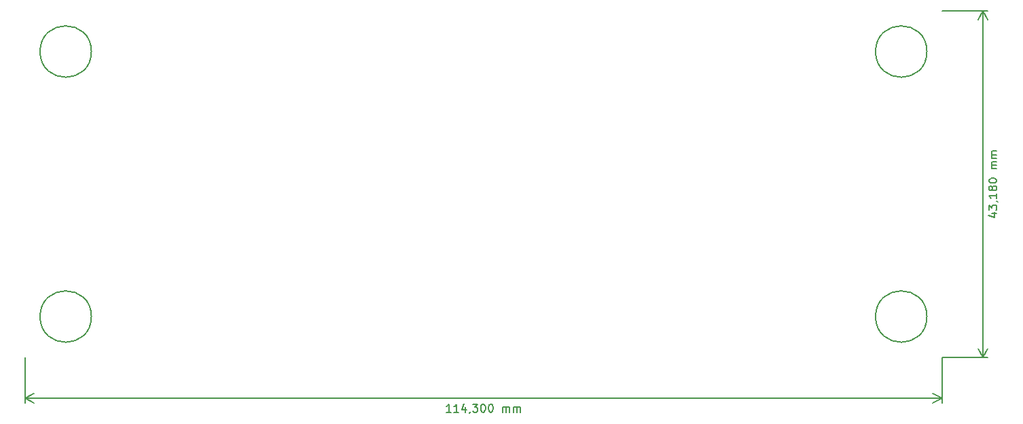
<source format=gbr>
%TF.GenerationSoftware,KiCad,Pcbnew,5.1.6-c6e7f7d~86~ubuntu18.04.1*%
%TF.CreationDate,2020-05-25T18:49:05+02:00*%
%TF.ProjectId,high_power_sym_supply,68696768-5f70-46f7-9765-725f73796d5f,1.0*%
%TF.SameCoordinates,PX463f660PY6a95280*%
%TF.FileFunction,Other,Comment*%
%FSLAX46Y46*%
G04 Gerber Fmt 4.6, Leading zero omitted, Abs format (unit mm)*
G04 Created by KiCad (PCBNEW 5.1.6-c6e7f7d~86~ubuntu18.04.1) date 2020-05-25 18:49:05*
%MOMM*%
%LPD*%
G01*
G04 APERTURE LIST*
%ADD10C,0.150000*%
G04 APERTURE END LIST*
D10*
X120465714Y17923334D02*
X121132380Y17923334D01*
X120084761Y17685239D02*
X120799047Y17447143D01*
X120799047Y18066191D01*
X120132380Y18351905D02*
X120132380Y18970953D01*
X120513333Y18637620D01*
X120513333Y18780477D01*
X120560952Y18875715D01*
X120608571Y18923334D01*
X120703809Y18970953D01*
X120941904Y18970953D01*
X121037142Y18923334D01*
X121084761Y18875715D01*
X121132380Y18780477D01*
X121132380Y18494762D01*
X121084761Y18399524D01*
X121037142Y18351905D01*
X121084761Y19447143D02*
X121132380Y19447143D01*
X121227619Y19399524D01*
X121275238Y19351905D01*
X121132380Y20399524D02*
X121132380Y19828096D01*
X121132380Y20113810D02*
X120132380Y20113810D01*
X120275238Y20018572D01*
X120370476Y19923334D01*
X120418095Y19828096D01*
X120560952Y20970953D02*
X120513333Y20875715D01*
X120465714Y20828096D01*
X120370476Y20780477D01*
X120322857Y20780477D01*
X120227619Y20828096D01*
X120180000Y20875715D01*
X120132380Y20970953D01*
X120132380Y21161429D01*
X120180000Y21256667D01*
X120227619Y21304286D01*
X120322857Y21351905D01*
X120370476Y21351905D01*
X120465714Y21304286D01*
X120513333Y21256667D01*
X120560952Y21161429D01*
X120560952Y20970953D01*
X120608571Y20875715D01*
X120656190Y20828096D01*
X120751428Y20780477D01*
X120941904Y20780477D01*
X121037142Y20828096D01*
X121084761Y20875715D01*
X121132380Y20970953D01*
X121132380Y21161429D01*
X121084761Y21256667D01*
X121037142Y21304286D01*
X120941904Y21351905D01*
X120751428Y21351905D01*
X120656190Y21304286D01*
X120608571Y21256667D01*
X120560952Y21161429D01*
X120132380Y21970953D02*
X120132380Y22066191D01*
X120180000Y22161429D01*
X120227619Y22209048D01*
X120322857Y22256667D01*
X120513333Y22304286D01*
X120751428Y22304286D01*
X120941904Y22256667D01*
X121037142Y22209048D01*
X121084761Y22161429D01*
X121132380Y22066191D01*
X121132380Y21970953D01*
X121084761Y21875715D01*
X121037142Y21828096D01*
X120941904Y21780477D01*
X120751428Y21732858D01*
X120513333Y21732858D01*
X120322857Y21780477D01*
X120227619Y21828096D01*
X120180000Y21875715D01*
X120132380Y21970953D01*
X121132380Y23494762D02*
X120465714Y23494762D01*
X120560952Y23494762D02*
X120513333Y23542381D01*
X120465714Y23637620D01*
X120465714Y23780477D01*
X120513333Y23875715D01*
X120608571Y23923334D01*
X121132380Y23923334D01*
X120608571Y23923334D02*
X120513333Y23970953D01*
X120465714Y24066191D01*
X120465714Y24209048D01*
X120513333Y24304286D01*
X120608571Y24351905D01*
X121132380Y24351905D01*
X121132380Y24828096D02*
X120465714Y24828096D01*
X120560952Y24828096D02*
X120513333Y24875715D01*
X120465714Y24970953D01*
X120465714Y25113810D01*
X120513333Y25209048D01*
X120608571Y25256667D01*
X121132380Y25256667D01*
X120608571Y25256667D02*
X120513333Y25304286D01*
X120465714Y25399524D01*
X120465714Y25542381D01*
X120513333Y25637620D01*
X120608571Y25685239D01*
X121132380Y25685239D01*
X119380000Y0D02*
X119380000Y43180000D01*
X114300000Y0D02*
X119966421Y0D01*
X114300000Y43180000D02*
X119966421Y43180000D01*
X119380000Y43180000D02*
X119966421Y42053496D01*
X119380000Y43180000D02*
X118793579Y42053496D01*
X119380000Y0D02*
X119966421Y1126504D01*
X119380000Y0D02*
X118793579Y1126504D01*
X53102380Y-6832380D02*
X52530952Y-6832380D01*
X52816666Y-6832380D02*
X52816666Y-5832380D01*
X52721428Y-5975238D01*
X52626190Y-6070476D01*
X52530952Y-6118095D01*
X54054761Y-6832380D02*
X53483333Y-6832380D01*
X53769047Y-6832380D02*
X53769047Y-5832380D01*
X53673809Y-5975238D01*
X53578571Y-6070476D01*
X53483333Y-6118095D01*
X54911904Y-6165714D02*
X54911904Y-6832380D01*
X54673809Y-5784761D02*
X54435714Y-6499047D01*
X55054761Y-6499047D01*
X55483333Y-6784761D02*
X55483333Y-6832380D01*
X55435714Y-6927619D01*
X55388095Y-6975238D01*
X55816666Y-5832380D02*
X56435714Y-5832380D01*
X56102380Y-6213333D01*
X56245238Y-6213333D01*
X56340476Y-6260952D01*
X56388095Y-6308571D01*
X56435714Y-6403809D01*
X56435714Y-6641904D01*
X56388095Y-6737142D01*
X56340476Y-6784761D01*
X56245238Y-6832380D01*
X55959523Y-6832380D01*
X55864285Y-6784761D01*
X55816666Y-6737142D01*
X57054761Y-5832380D02*
X57150000Y-5832380D01*
X57245238Y-5880000D01*
X57292857Y-5927619D01*
X57340476Y-6022857D01*
X57388095Y-6213333D01*
X57388095Y-6451428D01*
X57340476Y-6641904D01*
X57292857Y-6737142D01*
X57245238Y-6784761D01*
X57150000Y-6832380D01*
X57054761Y-6832380D01*
X56959523Y-6784761D01*
X56911904Y-6737142D01*
X56864285Y-6641904D01*
X56816666Y-6451428D01*
X56816666Y-6213333D01*
X56864285Y-6022857D01*
X56911904Y-5927619D01*
X56959523Y-5880000D01*
X57054761Y-5832380D01*
X58007142Y-5832380D02*
X58102380Y-5832380D01*
X58197619Y-5880000D01*
X58245238Y-5927619D01*
X58292857Y-6022857D01*
X58340476Y-6213333D01*
X58340476Y-6451428D01*
X58292857Y-6641904D01*
X58245238Y-6737142D01*
X58197619Y-6784761D01*
X58102380Y-6832380D01*
X58007142Y-6832380D01*
X57911904Y-6784761D01*
X57864285Y-6737142D01*
X57816666Y-6641904D01*
X57769047Y-6451428D01*
X57769047Y-6213333D01*
X57816666Y-6022857D01*
X57864285Y-5927619D01*
X57911904Y-5880000D01*
X58007142Y-5832380D01*
X59530952Y-6832380D02*
X59530952Y-6165714D01*
X59530952Y-6260952D02*
X59578571Y-6213333D01*
X59673809Y-6165714D01*
X59816666Y-6165714D01*
X59911904Y-6213333D01*
X59959523Y-6308571D01*
X59959523Y-6832380D01*
X59959523Y-6308571D02*
X60007142Y-6213333D01*
X60102380Y-6165714D01*
X60245238Y-6165714D01*
X60340476Y-6213333D01*
X60388095Y-6308571D01*
X60388095Y-6832380D01*
X60864285Y-6832380D02*
X60864285Y-6165714D01*
X60864285Y-6260952D02*
X60911904Y-6213333D01*
X61007142Y-6165714D01*
X61150000Y-6165714D01*
X61245238Y-6213333D01*
X61292857Y-6308571D01*
X61292857Y-6832380D01*
X61292857Y-6308571D02*
X61340476Y-6213333D01*
X61435714Y-6165714D01*
X61578571Y-6165714D01*
X61673809Y-6213333D01*
X61721428Y-6308571D01*
X61721428Y-6832380D01*
X0Y-5080000D02*
X114300000Y-5080000D01*
X0Y0D02*
X0Y-5666421D01*
X114300000Y0D02*
X114300000Y-5666421D01*
X114300000Y-5080000D02*
X113173496Y-5666421D01*
X114300000Y-5080000D02*
X113173496Y-4493579D01*
X0Y-5080000D02*
X1126504Y-5666421D01*
X0Y-5080000D02*
X1126504Y-4493579D01*
%TO.C,H1*%
X8280000Y38100000D02*
G75*
G03*
X8280000Y38100000I-3200000J0D01*
G01*
%TO.C,H4*%
X112420000Y5080000D02*
G75*
G03*
X112420000Y5080000I-3200000J0D01*
G01*
%TO.C,H3*%
X112420000Y38100000D02*
G75*
G03*
X112420000Y38100000I-3200000J0D01*
G01*
%TO.C,H2*%
X8280000Y5080000D02*
G75*
G03*
X8280000Y5080000I-3200000J0D01*
G01*
%TD*%
M02*

</source>
